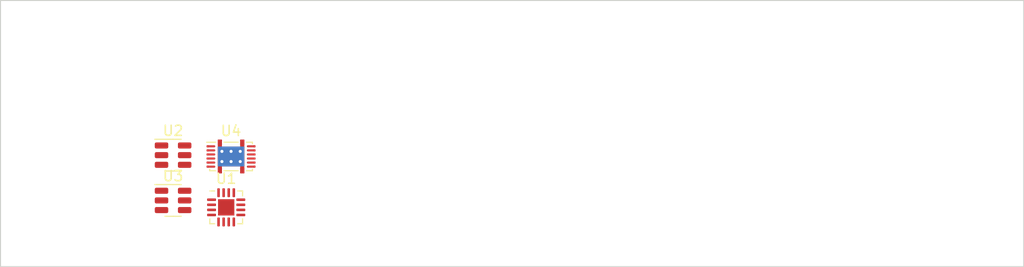
<source format=kicad_pcb>
(kicad_pcb (version 20221018) (generator pcbnew)
  (layers (0 "F.Cu" signal) (31 "B.Cu" signal) (34 "B.Paste" user) (35 "F.Paste" user) (36 "B.SilkS" user "B.Silkscreen") (37 "F.SilkS" user "F.Silkscreen") (38 "B.Mask" user) (39 "F.Mask" user) (44 "Edge.Cuts" user))
  (net 0 "")
  (net 2 "Net-(U1-BAT-Pad2)")
  (net 7 "Net-(U1-VSS-Pad17)")
  (net 9 "Net-(U1-OUT-Pad10)")
  (footprint "Package_TO_SOT_SMD:SOT-23-6" (layer "F.Cu") (at 122.1205 67.78)
    (fp_text reference "U2" (at 0 -2.4) (layer "F.SilkS"))
    (fp_text value "MT3608")
    (fp_line (start 0 -1.56) (end -1.8 -1.56) (stroke (width 0.12)) (layer "F.SilkS"))
    (fp_line (start 0 -1.56) (end 0.8 -1.56) (stroke (width 0.12)) (layer "F.SilkS"))
    (fp_line (start 0 1.56) (end -0.8 1.56) (stroke (width 0.12)) (layer "F.SilkS"))
    (fp_line (start 0 1.56) (end 0.8 1.56) (stroke (width 0.12)) (layer "F.SilkS"))
    (pad "1" smd roundrect (at -1.1375 -0.95) (size 1.325 0.6) (layers "F.Cu" "F.Paste" "F.Mask"))
    (pad "2" smd roundrect (at -1.1375 0) (size 1.325 0.6) (layers "F.Cu" "F.Paste" "F.Mask"))
    (pad "3" smd roundrect (at -1.1375 0.95) (size 1.325 0.6) (layers "F.Cu" "F.Paste" "F.Mask"))
    (pad "4" smd roundrect (at 1.1375 0.95) (size 1.325 0.6) (layers "F.Cu" "F.Paste" "F.Mask"))
    (pad "5" smd roundrect (at 1.1375 0) (size 1.325 0.6) (layers "F.Cu" "F.Paste" "F.Mask"))
    (pad "6" smd roundrect (at 1.1375 -0.95) (size 1.325 0.6) (layers "F.Cu" "F.Paste" "F.Mask"))
  )
  (footprint "Package_DFN_QFN:VQFN-16-1EP_3x3mm_P0.5mm_EP1.6x1.6mm" (layer "F.Cu") (at 127.3405 72.91)
    (fp_text reference "U1" (at 0 -2.82) (layer "F.SilkS"))
    (fp_text value "BQ24075RGT")
    (fp_line (start -1.61 1.61) (end -1.61 1.135) (stroke (width 0.12)) (layer "F.SilkS"))
    (fp_line (start -1.135 -1.61) (end -1.61 -1.61) (stroke (width 0.12)) (layer "F.SilkS"))
    (fp_line (start -1.135 1.61) (end -1.61 1.61) (stroke (width 0.12)) (layer "F.SilkS"))
    (fp_line (start 1.135 -1.61) (end 1.61 -1.61) (stroke (width 0.12)) (layer "F.SilkS"))
    (fp_line (start 1.135 1.61) (end 1.61 1.61) (stroke (width 0.12)) (layer "F.SilkS"))
    (fp_line (start 1.61 -1.61) (end 1.61 -1.135) (stroke (width 0.12)) (layer "F.SilkS"))
    (fp_line (start 1.61 1.61) (end 1.61 1.135) (stroke (width 0.12)) (layer "F.SilkS"))
    (pad "1" smd roundrect (at -1.4375 -0.75) (size 0.875 0.25) (layers "F.Cu" "F.Paste" "F.Mask"))
    (pad "2" smd roundrect (at -1.4375 -0.25) (size 0.875 0.25) (layers "F.Cu" "F.Paste" "F.Mask") (net 2 "Net-(U1-BAT-Pad2)"))
    (pad "3" smd roundrect (at -1.4375 0.25) (size 0.875 0.25) (layers "F.Cu" "F.Paste" "F.Mask") (net 2 "Net-(U1-BAT-Pad2)"))
    (pad "4" smd roundrect (at -1.4375 0.75) (size 0.875 0.25) (layers "F.Cu" "F.Paste" "F.Mask"))
    (pad "5" smd roundrect (at -0.75 1.4375) (size 0.25 0.875) (layers "F.Cu" "F.Paste" "F.Mask"))
    (pad "6" smd roundrect (at -0.25 1.4375) (size 0.25 0.875) (layers "F.Cu" "F.Paste" "F.Mask"))
    (pad "7" smd roundrect (at 0.25 1.4375) (size 0.25 0.875) (layers "F.Cu" "F.Paste" "F.Mask"))
    (pad "8" smd roundrect (at 0.75 1.4375) (size 0.25 0.875) (layers "F.Cu" "F.Paste" "F.Mask") (net 7 "Net-(U1-VSS-Pad17)"))
    (pad "9" smd roundrect (at 1.4375 0.75) (size 0.875 0.25) (layers "F.Cu" "F.Paste" "F.Mask"))
    (pad "10" smd roundrect (at 1.4375 0.25) (size 0.875 0.25) (layers "F.Cu" "F.Paste" "F.Mask") (net 9 "Net-(U1-OUT-Pad10)"))
    (pad "11" smd roundrect (at 1.4375 -0.25) (size 0.875 0.25) (layers "F.Cu" "F.Paste" "F.Mask") (net 9 "Net-(U1-OUT-Pad10)"))
    (pad "12" smd roundrect (at 1.4375 -0.75) (size 0.875 0.25) (layers "F.Cu" "F.Paste" "F.Mask"))
    (pad "13" smd roundrect (at 0.75 -1.4375) (size 0.25 0.875) (layers "F.Cu" "F.Paste" "F.Mask"))
    (pad "14" smd roundrect (at 0.25 -1.4375) (size 0.25 0.875) (layers "F.Cu" "F.Paste" "F.Mask"))
    (pad "15" smd roundrect (at -0.25 -1.4375) (size 0.25 0.875) (layers "F.Cu" "F.Paste" "F.Mask"))
    (pad "16" smd roundrect (at -0.75 -1.4375) (size 0.25 0.875) (layers "F.Cu" "F.Paste" "F.Mask"))
    (pad "17" smd rect (at 0 0) (size 1.6 1.6) (layers "F.Cu" "F.Mask") (net 7 "Net-(U1-VSS-Pad17)"))
  )
  (footprint "Package_TO_SOT_SMD:SOT-23-6" (layer "F.Cu") (at 122.1205 72.23)
    (fp_text reference "U3" (at 0 -2.4) (layer "F.SilkS"))
    (fp_text value "MT3608")
    (fp_line (start 0 -1.56) (end -1.8 -1.56) (stroke (width 0.12)) (layer "F.SilkS"))
    (fp_line (start 0 -1.56) (end 0.8 -1.56) (stroke (width 0.12)) (layer "F.SilkS"))
    (fp_line (start 0 1.56) (end -0.8 1.56) (stroke (width 0.12)) (layer "F.SilkS"))
    (fp_line (start 0 1.56) (end 0.8 1.56) (stroke (width 0.12)) (layer "F.SilkS"))
    (pad "1" smd roundrect (at -1.1375 -0.95) (size 1.325 0.6) (layers "F.Cu" "F.Paste" "F.Mask"))
    (pad "2" smd roundrect (at -1.1375 0) (size 1.325 0.6) (layers "F.Cu" "F.Paste" "F.Mask"))
    (pad "3" smd roundrect (at -1.1375 0.95) (size 1.325 0.6) (layers "F.Cu" "F.Paste" "F.Mask"))
    (pad "4" smd roundrect (at 1.1375 0.95) (size 1.325 0.6) (layers "F.Cu" "F.Paste" "F.Mask"))
    (pad "5" smd roundrect (at 1.1375 0) (size 1.325 0.6) (layers "F.Cu" "F.Paste" "F.Mask"))
    (pad "6" smd roundrect (at 1.1375 -0.95) (size 1.325 0.6) (layers "F.Cu" "F.Paste" "F.Mask"))
  )
  (footprint "Package_SON:Texas_S-PDSO-N12" (layer "F.Cu") (at 127.8205 67.91)
    (fp_text reference "U4" (at -0.000701 -2.517393) (layer "F.SilkS"))
    (fp_text value "BQ27441DRZR-G1A")
    (fp_line (start -2.1 1.4) (end -2.1 1.25) (stroke (width 0.12)) (layer "F.SilkS"))
    (fp_line (start -1.500701 -1.397393) (end -2.400701 -1.397393) (stroke (width 0.12)) (layer "F.SilkS"))
    (fp_line (start -1.5 1.4) (end -2.1 1.4) (stroke (width 0.12)) (layer "F.SilkS"))
    (fp_line (start 0.7 -1.4) (end -0.7 -1.4) (stroke (width 0.12)) (layer "F.SilkS"))
    (fp_line (start 0.7 1.4) (end -0.7 1.4) (stroke (width 0.12)) (layer "F.SilkS"))
    (fp_line (start 1.5 -1.4) (end 2.1 -1.4) (stroke (width 0.12)) (layer "F.SilkS"))
    (fp_line (start 2.1 -1.4) (end 2.1 -1.25) (stroke (width 0.12)) (layer "F.SilkS"))
    (fp_line (start 2.1 1.4) (end 1.5 1.4) (stroke (width 0.12)) (layer "F.SilkS"))
    (fp_line (start 2.1 1.4) (end 2.1 1.25) (stroke (width 0.12)) (layer "F.SilkS"))
    (pad "1" smd rect (at -2.3 -1) (size 0.2 0.2) (layers "F.Cu" "F.Paste" "F.Mask"))
    (pad "1" smd oval (at -1.975 -1) (size 0.85 0.2) (layers "F.Cu" "F.Paste" "F.Mask"))
    (pad "2" smd rect (at -2.3 -0.6) (size 0.2 0.2) (layers "F.Cu" "F.Paste" "F.Mask"))
    (pad "2" smd oval (at -1.975 -0.6) (size 0.85 0.2) (layers "F.Cu" "F.Paste" "F.Mask"))
    (pad "3" smd rect (at -2.3 -0.2) (size 0.2 0.2) (layers "F.Cu" "F.Paste" "F.Mask"))
    (pad "3" smd oval (at -1.975 -0.2) (size 0.85 0.2) (layers "F.Cu" "F.Paste" "F.Mask"))
    (pad "4" smd rect (at -2.3 0.2) (size 0.2 0.2) (layers "F.Cu" "F.Paste" "F.Mask"))
    (pad "4" smd oval (at -1.975 0.2) (size 0.85 0.2) (layers "F.Cu" "F.Paste" "F.Mask"))
    (pad "5" smd rect (at -2.3 0.6) (size 0.2 0.2) (layers "F.Cu" "F.Paste" "F.Mask"))
    (pad "5" smd oval (at -1.975 0.6) (size 0.85 0.2) (layers "F.Cu" "F.Paste" "F.Mask"))
    (pad "6" smd rect (at -2.3 1) (size 0.2 0.2) (layers "F.Cu" "F.Paste" "F.Mask"))
    (pad "6" smd oval (at -1.975 1) (size 0.85 0.2) (layers "F.Cu" "F.Paste" "F.Mask"))
    (pad "7" smd oval (at 1.975 1) (size 0.85 0.2) (layers "F.Cu" "F.Paste" "F.Mask"))
    (pad "7" smd rect (at 2.3 1) (size 0.2 0.2) (layers "F.Cu" "F.Paste" "F.Mask"))
    (pad "8" smd oval (at 1.975 0.6) (size 0.85 0.2) (layers "F.Cu" "F.Paste" "F.Mask"))
    (pad "8" smd rect (at 2.3 0.6) (size 0.2 0.2) (layers "F.Cu" "F.Paste" "F.Mask"))
    (pad "9" smd oval (at 1.975 0.2) (size 0.85 0.2) (layers "F.Cu" "F.Paste" "F.Mask"))
    (pad "9" smd rect (at 2.3 0.2) (size 0.2 0.2) (layers "F.Cu" "F.Paste" "F.Mask"))
    (pad "10" smd oval (at 1.975 -0.2) (size 0.85 0.2) (layers "F.Cu" "F.Paste" "F.Mask"))
    (pad "10" smd rect (at 2.3 -0.2) (size 0.2 0.2) (layers "F.Cu" "F.Paste" "F.Mask"))
    (pad "11" smd oval (at 1.975 -0.6) (size 0.85 0.2) (layers "F.Cu" "F.Paste" "F.Mask"))
    (pad "11" smd rect (at 2.3 -0.6) (size 0.2 0.2) (layers "F.Cu" "F.Paste" "F.Mask"))
    (pad "12" smd oval (at 1.975 -1) (size 0.85 0.2) (layers "F.Cu" "F.Paste" "F.Mask"))
    (pad "12" smd rect (at 2.3 -1) (size 0.2 0.2) (layers "F.Cu" "F.Paste" "F.Mask"))
    (pad "13" smd rect (at -1.1 -1.365 270) (size 0.575 0.4) (layers "F.Cu" "F.Paste" "F.Mask"))
    (pad "13" smd rect (at -1.1 -1.3125 270) (size 0.675 0.4) (layers "F.Cu" "F.Mask"))
    (pad "13" smd rect (at -1.1 1.3125 270) (size 0.675 0.4) (layers "F.Cu" "F.Mask"))
    (pad "13" smd rect (at -1.1 1.365 270) (size 0.575 0.4) (layers "F.Cu" "F.Paste" "F.Mask"))
    (pad "13" thru_hole circle (at -0.9 -0.5) (size 0.6 0.6) (drill 0.3) (layers "*.Cu"))
    (pad "13" thru_hole circle (at -0.9 0.5) (size 0.6 0.6) (drill 0.3) (layers "*.Cu"))
    (pad "13" smd rect (at -0.65 -0.4875 90) (size 0.975 1.3) (layers "F.Cu" "F.Paste"))
    (pad "13" smd rect (at -0.65 0.4875 90) (size 0.975 1.3) (layers "F.Cu" "F.Paste"))
    (pad "13" thru_hole circle (at 0 -0.5) (size 0.6 0.6) (drill 0.3) (layers "*.Cu"))
    (pad "13" smd rect (at 0 0 270) (size 1.95 2.6) (layers "F.Cu" "F.Mask"))
    (pad "13" smd rect (at 0 0 270) (size 1.95 2.6) (layers "B.Cu" "F.Mask"))
    (pad "13" thru_hole circle (at 0 0.5) (size 0.6 0.6) (drill 0.3) (layers "*.Cu"))
    (pad "13" smd rect (at 0.65 -0.4875 90) (size 0.975 1.3) (layers "F.Cu" "F.Paste"))
    (pad "13" smd rect (at 0.65 0.4875 90) (size 0.975 1.3) (layers "F.Cu" "F.Paste"))
    (pad "13" thru_hole circle (at 0.9 -0.5) (size 0.6 0.6) (drill 0.3) (layers "*.Cu"))
    (pad "13" thru_hole circle (at 0.9 0.5) (size 0.6 0.6) (drill 0.3) (layers "*.Cu"))
    (pad "13" smd rect (at 1.1 -1.365 270) (size 0.575 0.4) (layers "F.Cu" "F.Paste" "F.Mask"))
    (pad "13" smd rect (at 1.1 -1.3125 270) (size 0.675 0.4) (layers "F.Cu" "F.Mask"))
    (pad "13" smd rect (at 1.1 1.3125 270) (size 0.675 0.4) (layers "F.Cu" "F.Mask"))
    (pad "13" smd rect (at 1.1 1.365 270) (size 0.575 0.4) (layers "F.Cu" "F.Paste" "F.Mask"))
  )
  (gr_rect (start 105.156 52.578) (end 205.74 78.74) (stroke (width 0.1)) (fill none) (layer "Edge.Cuts"))
)
</source>
